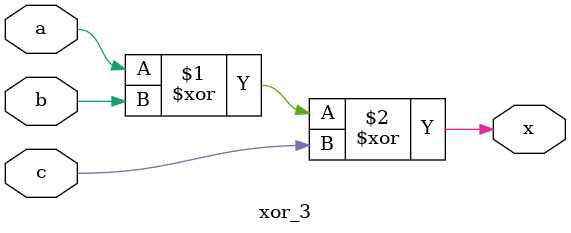
<source format=v>
`timescale 1ns / 1ps


module carry_look_ahead_adder_4(
    input [3:0] a,
    input [3:0] b,
    input cin,
    output [3:0] s,
    output cout
    );
    
    
    wire [3:0] g;
    wire [3:0] p;
    wire [4:0] c;
    //get g
//    assign g[0]=a[0]&b[0];
//    assign g[1]=a[1]&b[1];
//    assign g[2]=a[2]&b[2];
//    assign g[3]=a[3]&b[3];
    assign g[3:0]=a[3:0]&b[3:0];
    
    //get p
//    xor_2 x20(a[0],b[0],p[0]);
//    xor_2 x21(a[1],b[1],p[1]);
//    xor_2 x22(a[2],b[2],p[2]);
//    xor_2 x23(a[3],b[3],p[3]);
//    assign p[0]=a[0]&~b[0] | ~a[0]&b[0];
//    assign p[1]=a[1]&~b[1] | ~a[1]&b[1];
//    assign p[2]=a[2]&~b[2] | ~a[2]&b[2];
//    assign p[3]=a[3]&~b[3] | ~a[3]&b[3];
    assign p[3:0]=a[3:0]^b[3:0];
    
    //get c
    assign c[0]=cin;
    assign c[1]=g[0]|p[0]&c[0];
    assign c[2]=g[1]|p[1]&g[0]|p[1]&p[0]&c[0];
    assign c[3]=g[2]|p[2]&g[1]|p[2]&p[1]&g[0]|p[2]&p[1]&p[0]&c[0];
    assign c[4]=g[3]|p[3]&g[2]|p[3]&p[2]&g[1]|p[3]&p[2]&p[1]&g[0]|p[3]&p[2]&p[1]&p[0]&c[0];
    assign cout=c[4];
    //get s
    xor_3 x30(a[0],b[0],c[0],s[0]);
    xor_3 x31(a[1],b[1],c[1],s[1]);
    xor_3 x32(a[2],b[2],c[2],s[2]);
    xor_3 x33(a[3],b[3],c[3],s[3]);
//    assign s[0]=a[0]&b[0]&c[0] | ~a[0]&~b[0]&c[0] | ~a[0]&b[0]&~c[0] | a[0]&~b[0]&~c[0];
//    assign s[1]=a[1]&b[1]&c[1] | ~a[1]&~b[1]&c[1] | ~a[1]&b[1]&~c[1] | a[1]&~b[1]&~c[1];
//    assign s[2]=a[2]&b[2]&c[2] | ~a[2]&~b[2]&c[2] | ~a[2]&b[2]&~c[2] | a[2]&~b[2]&~c[2];
//    assign s[3]=a[3]&b[3]&c[3] | ~a[3]&~b[3]&c[3] | ~a[3]&b[3]&~c[3] | a[3]&~b[3]&~c[3];
    
endmodule

module xor_2(
    input a,
    input b,
    output x
    );
    
    assign x=a&~b|~a&b;
    
endmodule

module xor_3(
    input a,
    input b,
    input c,
    output x
    );
    
    //assign x=a&b&c | ~a&~b&c | ~a&b&~c | a&~b&~c;
    assign x=a^b^c;
    
endmodule

</source>
